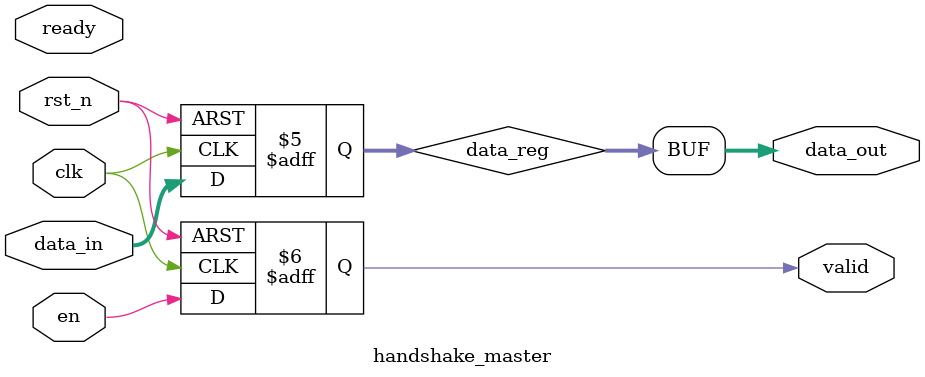
<source format=v>
`timescale 1ns / 1ps

module handshake_master(
    input clk,
    input rst_n,
    input ready,
    input en,
    output  reg valid,
    input [31:0] data_in,
    output [31:0] data_out
    );
    
    reg [31:0]   data_reg;         //´«ÊäÊý¾Ý
    assign       data_out = data_reg;  
          
    //Êý¾ÝÓÐÐ§ÐÅºÅ
    always@(posedge clk or negedge rst_n)
    begin
        if (!rst_n)
            valid <= 1'd0;
        else 
            valid <= en;                   //ÓÉÉÏÓÎµÄÊý¾ÝÊ¹ÄÜÐÅºÅ¾ö¶¨µ±Ç°Êý¾ÝÊÇ·ñÓÐÐ§
    end
    
    //´«ÊäÊý¾Ý
    always@(posedge clk or negedge rst_n)
    begin
        if (!rst_n)
            data_reg <= 32'd0;
        else           
            data_reg <= data_in;                  //Ê¹ÄÜÐÅºÅ·¢ÉúÊ±£¬ÊäÈëÊý¾Ý¡£              //ÈôÃ»ÓÐÐÂµÄÊ¹ÄÜÐÅºÅ£¬´ú±íÃ»ÓÐÐÂµÄÓÐÐ§Êý¾Ý¡£±£³Ö²»±ä
    end
     
endmodule

</source>
